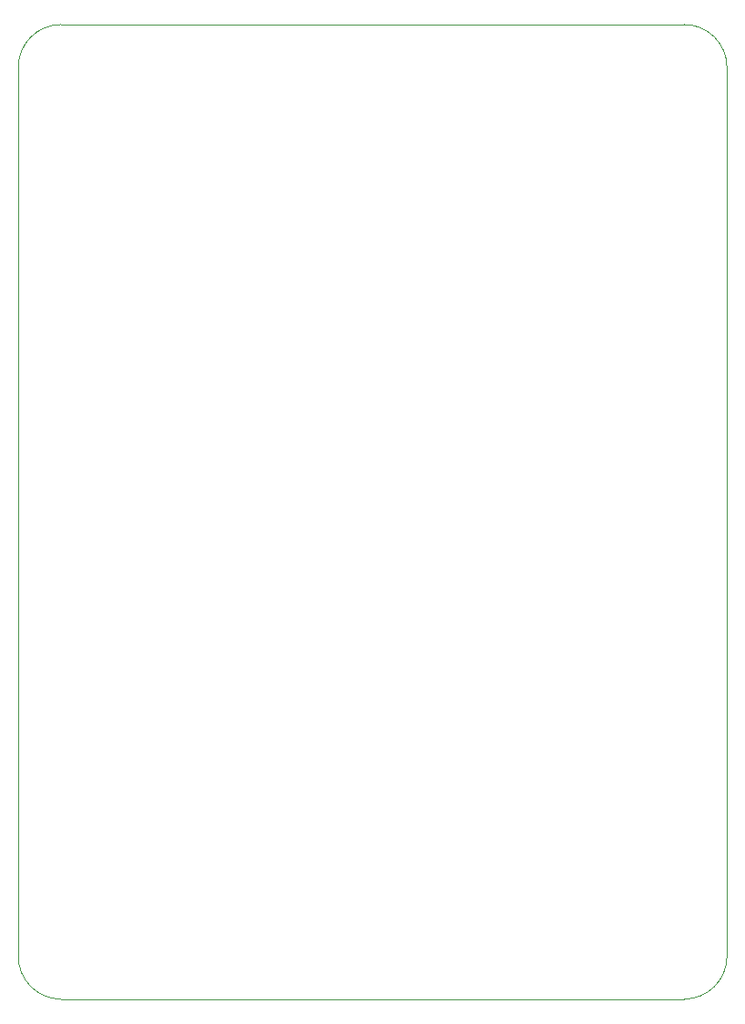
<source format=gbr>
%TF.GenerationSoftware,KiCad,Pcbnew,(6.0.8)*%
%TF.CreationDate,2022-10-08T14:38:13-07:00*%
%TF.ProjectId,9k-Keypad,396b2d4b-6579-4706-9164-2e6b69636164,rev?*%
%TF.SameCoordinates,Original*%
%TF.FileFunction,Profile,NP*%
%FSLAX46Y46*%
G04 Gerber Fmt 4.6, Leading zero omitted, Abs format (unit mm)*
G04 Created by KiCad (PCBNEW (6.0.8)) date 2022-10-08 14:38:13*
%MOMM*%
%LPD*%
G01*
G04 APERTURE LIST*
%TA.AperFunction,Profile*%
%ADD10C,0.100000*%
%TD*%
G04 APERTURE END LIST*
D10*
X85725000Y-65087500D02*
G75*
G03*
X81756250Y-69056250I0J-3968750D01*
G01*
X147637500Y-69056250D02*
G75*
G03*
X143668750Y-65087500I-3968800J-50D01*
G01*
X143668750Y-155575000D02*
X85725000Y-155575000D01*
X81756250Y-69056250D02*
X81756250Y-151606250D01*
X143668750Y-65087500D02*
X85725000Y-65087500D01*
X81756300Y-151606250D02*
G75*
G03*
X85725000Y-155575000I3968700J-50D01*
G01*
X143668750Y-155575000D02*
G75*
G03*
X147637500Y-151606250I0J3968750D01*
G01*
X147637500Y-69056250D02*
X147637500Y-151606250D01*
M02*

</source>
